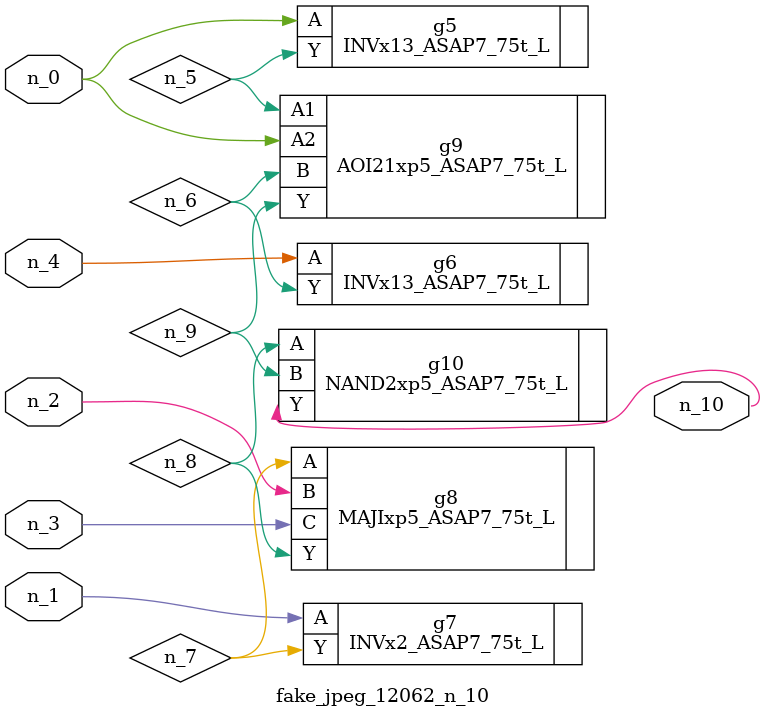
<source format=v>
module fake_jpeg_12062_n_10 (n_3, n_2, n_1, n_0, n_4, n_10);

input n_3;
input n_2;
input n_1;
input n_0;
input n_4;

output n_10;

wire n_8;
wire n_9;
wire n_6;
wire n_5;
wire n_7;

INVx13_ASAP7_75t_L g5 ( 
.A(n_0),
.Y(n_5)
);

INVx13_ASAP7_75t_L g6 ( 
.A(n_4),
.Y(n_6)
);

INVx2_ASAP7_75t_L g7 ( 
.A(n_1),
.Y(n_7)
);

MAJIxp5_ASAP7_75t_L g8 ( 
.A(n_7),
.B(n_2),
.C(n_3),
.Y(n_8)
);

NAND2xp5_ASAP7_75t_L g10 ( 
.A(n_8),
.B(n_9),
.Y(n_10)
);

AOI21xp5_ASAP7_75t_L g9 ( 
.A1(n_5),
.A2(n_0),
.B(n_6),
.Y(n_9)
);


endmodule
</source>
